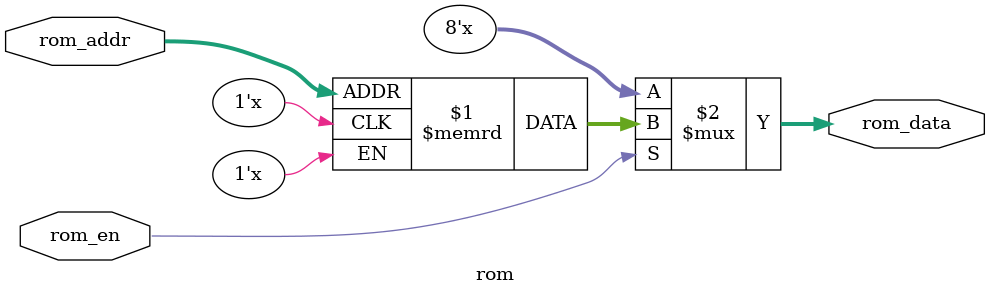
<source format=v>
module rom (
    input           rom_en,
    input   [19:0]  rom_addr,
    output  [ 7:0]  rom_data
);
    
    reg [7:0] rom_array [262143:0];

    initial begin
        
    end

    assign rom_data = rom_en ? rom_array[rom_addr] : 8'bz;

endmodule
</source>
